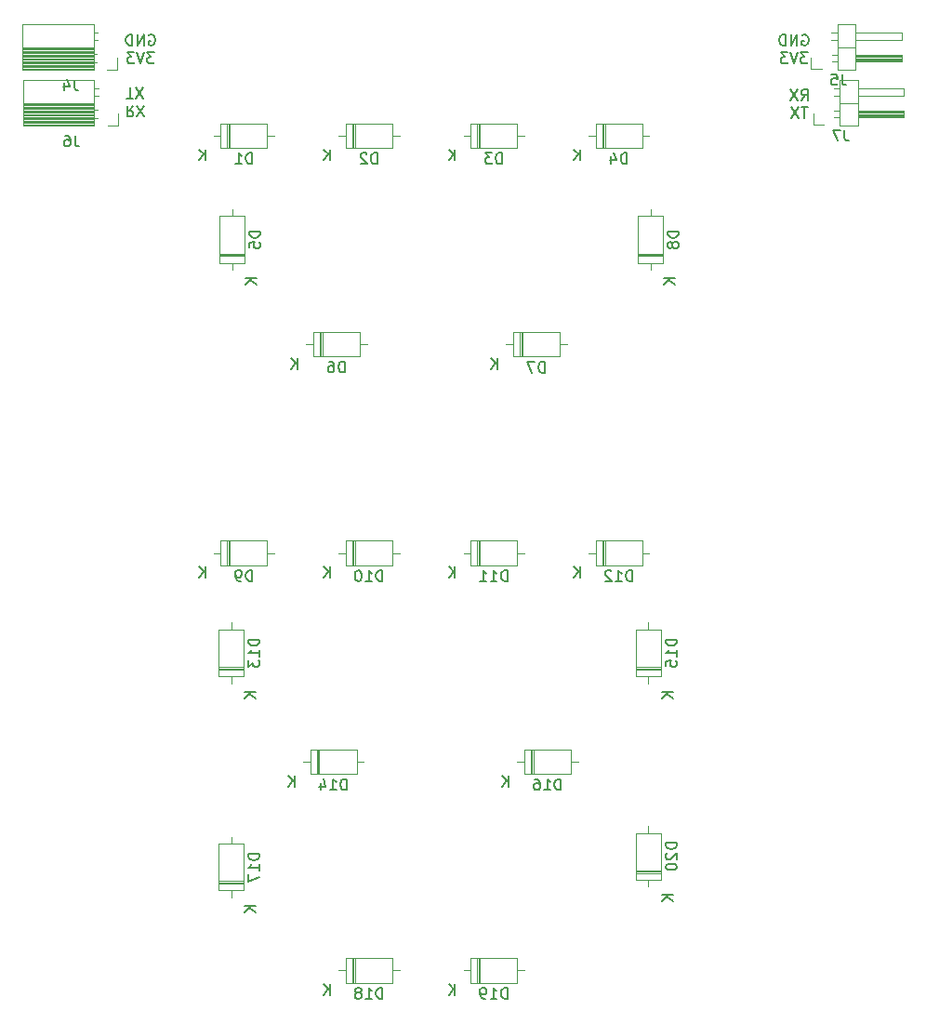
<source format=gbr>
%TF.GenerationSoftware,KiCad,Pcbnew,(5.1.6)-1*%
%TF.CreationDate,2021-03-02T19:52:57+09:00*%
%TF.ProjectId,Keypad4x4,4b657970-6164-4347-9834-2e6b69636164,rev?*%
%TF.SameCoordinates,Original*%
%TF.FileFunction,Legend,Bot*%
%TF.FilePolarity,Positive*%
%FSLAX46Y46*%
G04 Gerber Fmt 4.6, Leading zero omitted, Abs format (unit mm)*
G04 Created by KiCad (PCBNEW (5.1.6)-1) date 2021-03-02 19:52:57*
%MOMM*%
%LPD*%
G01*
G04 APERTURE LIST*
%ADD10C,0.150000*%
%ADD11C,0.120000*%
G04 APERTURE END LIST*
D10*
X19583333Y-6872619D02*
X19250000Y-7348809D01*
X19011904Y-6872619D02*
X19011904Y-7872619D01*
X19392857Y-7872619D01*
X19488095Y-7825000D01*
X19535714Y-7777380D01*
X19583333Y-7682142D01*
X19583333Y-7539285D01*
X19535714Y-7444047D01*
X19488095Y-7396428D01*
X19392857Y-7348809D01*
X19011904Y-7348809D01*
X19916666Y-7872619D02*
X20583333Y-6872619D01*
X20583333Y-7872619D02*
X19916666Y-6872619D01*
X18988095Y-6222619D02*
X19559523Y-6222619D01*
X19273809Y-5222619D02*
X19273809Y-6222619D01*
X19797619Y-6222619D02*
X20464285Y-5222619D01*
X20464285Y-6222619D02*
X19797619Y-5222619D01*
X21011904Y-425000D02*
X21107142Y-377380D01*
X21250000Y-377380D01*
X21392857Y-425000D01*
X21488095Y-520238D01*
X21535714Y-615476D01*
X21583333Y-805952D01*
X21583333Y-948809D01*
X21535714Y-1139285D01*
X21488095Y-1234523D01*
X21392857Y-1329761D01*
X21250000Y-1377380D01*
X21154761Y-1377380D01*
X21011904Y-1329761D01*
X20964285Y-1282142D01*
X20964285Y-948809D01*
X21154761Y-948809D01*
X20535714Y-1377380D02*
X20535714Y-377380D01*
X19964285Y-1377380D01*
X19964285Y-377380D01*
X19488095Y-1377380D02*
X19488095Y-377380D01*
X19250000Y-377380D01*
X19107142Y-425000D01*
X19011904Y-520238D01*
X18964285Y-615476D01*
X18916666Y-805952D01*
X18916666Y-948809D01*
X18964285Y-1139285D01*
X19011904Y-1234523D01*
X19107142Y-1329761D01*
X19250000Y-1377380D01*
X19488095Y-1377380D01*
X21488095Y-2027380D02*
X20869047Y-2027380D01*
X21202380Y-2408333D01*
X21059523Y-2408333D01*
X20964285Y-2455952D01*
X20916666Y-2503571D01*
X20869047Y-2598809D01*
X20869047Y-2836904D01*
X20916666Y-2932142D01*
X20964285Y-2979761D01*
X21059523Y-3027380D01*
X21345238Y-3027380D01*
X21440476Y-2979761D01*
X21488095Y-2932142D01*
X20583333Y-2027380D02*
X20250000Y-3027380D01*
X19916666Y-2027380D01*
X19678571Y-2027380D02*
X19059523Y-2027380D01*
X19392857Y-2408333D01*
X19250000Y-2408333D01*
X19154761Y-2455952D01*
X19107142Y-2503571D01*
X19059523Y-2598809D01*
X19059523Y-2836904D01*
X19107142Y-2932142D01*
X19154761Y-2979761D01*
X19250000Y-3027380D01*
X19535714Y-3027380D01*
X19630952Y-2979761D01*
X19678571Y-2932142D01*
X80511904Y-425000D02*
X80607142Y-377380D01*
X80750000Y-377380D01*
X80892857Y-425000D01*
X80988095Y-520238D01*
X81035714Y-615476D01*
X81083333Y-805952D01*
X81083333Y-948809D01*
X81035714Y-1139285D01*
X80988095Y-1234523D01*
X80892857Y-1329761D01*
X80750000Y-1377380D01*
X80654761Y-1377380D01*
X80511904Y-1329761D01*
X80464285Y-1282142D01*
X80464285Y-948809D01*
X80654761Y-948809D01*
X80035714Y-1377380D02*
X80035714Y-377380D01*
X79464285Y-1377380D01*
X79464285Y-377380D01*
X78988095Y-1377380D02*
X78988095Y-377380D01*
X78750000Y-377380D01*
X78607142Y-425000D01*
X78511904Y-520238D01*
X78464285Y-615476D01*
X78416666Y-805952D01*
X78416666Y-948809D01*
X78464285Y-1139285D01*
X78511904Y-1234523D01*
X78607142Y-1329761D01*
X78750000Y-1377380D01*
X78988095Y-1377380D01*
X80988095Y-2027380D02*
X80369047Y-2027380D01*
X80702380Y-2408333D01*
X80559523Y-2408333D01*
X80464285Y-2455952D01*
X80416666Y-2503571D01*
X80369047Y-2598809D01*
X80369047Y-2836904D01*
X80416666Y-2932142D01*
X80464285Y-2979761D01*
X80559523Y-3027380D01*
X80845238Y-3027380D01*
X80940476Y-2979761D01*
X80988095Y-2932142D01*
X80083333Y-2027380D02*
X79750000Y-3027380D01*
X79416666Y-2027380D01*
X79178571Y-2027380D02*
X78559523Y-2027380D01*
X78892857Y-2408333D01*
X78750000Y-2408333D01*
X78654761Y-2455952D01*
X78607142Y-2503571D01*
X78559523Y-2598809D01*
X78559523Y-2836904D01*
X78607142Y-2932142D01*
X78654761Y-2979761D01*
X78750000Y-3027380D01*
X79035714Y-3027380D01*
X79130952Y-2979761D01*
X79178571Y-2932142D01*
X80416666Y-6377380D02*
X80750000Y-5901190D01*
X80988095Y-6377380D02*
X80988095Y-5377380D01*
X80607142Y-5377380D01*
X80511904Y-5425000D01*
X80464285Y-5472619D01*
X80416666Y-5567857D01*
X80416666Y-5710714D01*
X80464285Y-5805952D01*
X80511904Y-5853571D01*
X80607142Y-5901190D01*
X80988095Y-5901190D01*
X80083333Y-5377380D02*
X79416666Y-6377380D01*
X79416666Y-5377380D02*
X80083333Y-6377380D01*
X81011904Y-7027380D02*
X80440476Y-7027380D01*
X80726190Y-8027380D02*
X80726190Y-7027380D01*
X80202380Y-7027380D02*
X79535714Y-8027380D01*
X79535714Y-7027380D02*
X80202380Y-8027380D01*
D11*
%TO.C,D1*%
X28148000Y-10718000D02*
X28148000Y-8478000D01*
X28388000Y-10718000D02*
X28388000Y-8478000D01*
X28268000Y-10718000D02*
X28268000Y-8478000D01*
X32438000Y-9598000D02*
X31788000Y-9598000D01*
X26898000Y-9598000D02*
X27548000Y-9598000D01*
X31788000Y-10718000D02*
X27548000Y-10718000D01*
X31788000Y-8478000D02*
X31788000Y-10718000D01*
X27548000Y-8478000D02*
X31788000Y-8478000D01*
X27548000Y-10718000D02*
X27548000Y-8478000D01*
%TO.C,D2*%
X39528000Y-10718000D02*
X39528000Y-8478000D01*
X39768000Y-10718000D02*
X39768000Y-8478000D01*
X39648000Y-10718000D02*
X39648000Y-8478000D01*
X43818000Y-9598000D02*
X43168000Y-9598000D01*
X38278000Y-9598000D02*
X38928000Y-9598000D01*
X43168000Y-10718000D02*
X38928000Y-10718000D01*
X43168000Y-8478000D02*
X43168000Y-10718000D01*
X38928000Y-8478000D02*
X43168000Y-8478000D01*
X38928000Y-10718000D02*
X38928000Y-8478000D01*
%TO.C,D3*%
X50308000Y-10718000D02*
X50308000Y-8478000D01*
X50308000Y-8478000D02*
X54548000Y-8478000D01*
X54548000Y-8478000D02*
X54548000Y-10718000D01*
X54548000Y-10718000D02*
X50308000Y-10718000D01*
X49658000Y-9598000D02*
X50308000Y-9598000D01*
X55198000Y-9598000D02*
X54548000Y-9598000D01*
X51028000Y-10718000D02*
X51028000Y-8478000D01*
X51148000Y-10718000D02*
X51148000Y-8478000D01*
X50908000Y-10718000D02*
X50908000Y-8478000D01*
%TO.C,D4*%
X61688000Y-10718000D02*
X61688000Y-8478000D01*
X61688000Y-8478000D02*
X65928000Y-8478000D01*
X65928000Y-8478000D02*
X65928000Y-10718000D01*
X65928000Y-10718000D02*
X61688000Y-10718000D01*
X61038000Y-9598000D02*
X61688000Y-9598000D01*
X66578000Y-9598000D02*
X65928000Y-9598000D01*
X62408000Y-10718000D02*
X62408000Y-8478000D01*
X62528000Y-10718000D02*
X62528000Y-8478000D01*
X62288000Y-10718000D02*
X62288000Y-8478000D01*
%TO.C,D5*%
X29695000Y-21170000D02*
X27455000Y-21170000D01*
X27455000Y-21170000D02*
X27455000Y-16930000D01*
X27455000Y-16930000D02*
X29695000Y-16930000D01*
X29695000Y-16930000D02*
X29695000Y-21170000D01*
X28575000Y-21820000D02*
X28575000Y-21170000D01*
X28575000Y-16280000D02*
X28575000Y-16930000D01*
X29695000Y-20450000D02*
X27455000Y-20450000D01*
X29695000Y-20330000D02*
X27455000Y-20330000D01*
X29695000Y-20570000D02*
X27455000Y-20570000D01*
%TO.C,D6*%
X36580000Y-29695000D02*
X36580000Y-27455000D01*
X36820000Y-29695000D02*
X36820000Y-27455000D01*
X36700000Y-29695000D02*
X36700000Y-27455000D01*
X40870000Y-28575000D02*
X40220000Y-28575000D01*
X35330000Y-28575000D02*
X35980000Y-28575000D01*
X40220000Y-29695000D02*
X35980000Y-29695000D01*
X40220000Y-27455000D02*
X40220000Y-29695000D01*
X35980000Y-27455000D02*
X40220000Y-27455000D01*
X35980000Y-29695000D02*
X35980000Y-27455000D01*
%TO.C,D7*%
X54190000Y-29718000D02*
X54190000Y-27478000D01*
X54190000Y-27478000D02*
X58430000Y-27478000D01*
X58430000Y-27478000D02*
X58430000Y-29718000D01*
X58430000Y-29718000D02*
X54190000Y-29718000D01*
X53540000Y-28598000D02*
X54190000Y-28598000D01*
X59080000Y-28598000D02*
X58430000Y-28598000D01*
X54910000Y-29718000D02*
X54910000Y-27478000D01*
X55030000Y-29718000D02*
X55030000Y-27478000D01*
X54790000Y-29718000D02*
X54790000Y-27478000D01*
%TO.C,D8*%
X67795000Y-20570000D02*
X65555000Y-20570000D01*
X67795000Y-20330000D02*
X65555000Y-20330000D01*
X67795000Y-20450000D02*
X65555000Y-20450000D01*
X66675000Y-16280000D02*
X66675000Y-16930000D01*
X66675000Y-21820000D02*
X66675000Y-21170000D01*
X67795000Y-16930000D02*
X67795000Y-21170000D01*
X65555000Y-16930000D02*
X67795000Y-16930000D01*
X65555000Y-21170000D02*
X65555000Y-16930000D01*
X67795000Y-21170000D02*
X65555000Y-21170000D01*
%TO.C,D9*%
X28148000Y-48718000D02*
X28148000Y-46478000D01*
X28388000Y-48718000D02*
X28388000Y-46478000D01*
X28268000Y-48718000D02*
X28268000Y-46478000D01*
X32438000Y-47598000D02*
X31788000Y-47598000D01*
X26898000Y-47598000D02*
X27548000Y-47598000D01*
X31788000Y-48718000D02*
X27548000Y-48718000D01*
X31788000Y-46478000D02*
X31788000Y-48718000D01*
X27548000Y-46478000D02*
X31788000Y-46478000D01*
X27548000Y-48718000D02*
X27548000Y-46478000D01*
%TO.C,D10*%
X38928000Y-48718000D02*
X38928000Y-46478000D01*
X38928000Y-46478000D02*
X43168000Y-46478000D01*
X43168000Y-46478000D02*
X43168000Y-48718000D01*
X43168000Y-48718000D02*
X38928000Y-48718000D01*
X38278000Y-47598000D02*
X38928000Y-47598000D01*
X43818000Y-47598000D02*
X43168000Y-47598000D01*
X39648000Y-48718000D02*
X39648000Y-46478000D01*
X39768000Y-48718000D02*
X39768000Y-46478000D01*
X39528000Y-48718000D02*
X39528000Y-46478000D01*
%TO.C,D11*%
X50908000Y-48718000D02*
X50908000Y-46478000D01*
X51148000Y-48718000D02*
X51148000Y-46478000D01*
X51028000Y-48718000D02*
X51028000Y-46478000D01*
X55198000Y-47598000D02*
X54548000Y-47598000D01*
X49658000Y-47598000D02*
X50308000Y-47598000D01*
X54548000Y-48718000D02*
X50308000Y-48718000D01*
X54548000Y-46478000D02*
X54548000Y-48718000D01*
X50308000Y-46478000D02*
X54548000Y-46478000D01*
X50308000Y-48718000D02*
X50308000Y-46478000D01*
%TO.C,D12*%
X61688000Y-48718000D02*
X61688000Y-46478000D01*
X61688000Y-46478000D02*
X65928000Y-46478000D01*
X65928000Y-46478000D02*
X65928000Y-48718000D01*
X65928000Y-48718000D02*
X61688000Y-48718000D01*
X61038000Y-47598000D02*
X61688000Y-47598000D01*
X66578000Y-47598000D02*
X65928000Y-47598000D01*
X62408000Y-48718000D02*
X62408000Y-46478000D01*
X62528000Y-48718000D02*
X62528000Y-46478000D01*
X62288000Y-48718000D02*
X62288000Y-46478000D01*
%TO.C,D13*%
X29620000Y-58210000D02*
X27380000Y-58210000D01*
X29620000Y-57970000D02*
X27380000Y-57970000D01*
X29620000Y-58090000D02*
X27380000Y-58090000D01*
X28500000Y-53920000D02*
X28500000Y-54570000D01*
X28500000Y-59460000D02*
X28500000Y-58810000D01*
X29620000Y-54570000D02*
X29620000Y-58810000D01*
X27380000Y-54570000D02*
X29620000Y-54570000D01*
X27380000Y-58810000D02*
X27380000Y-54570000D01*
X29620000Y-58810000D02*
X27380000Y-58810000D01*
%TO.C,D14*%
X35690000Y-67718000D02*
X35690000Y-65478000D01*
X35690000Y-65478000D02*
X39930000Y-65478000D01*
X39930000Y-65478000D02*
X39930000Y-67718000D01*
X39930000Y-67718000D02*
X35690000Y-67718000D01*
X35040000Y-66598000D02*
X35690000Y-66598000D01*
X40580000Y-66598000D02*
X39930000Y-66598000D01*
X36410000Y-67718000D02*
X36410000Y-65478000D01*
X36530000Y-67718000D02*
X36530000Y-65478000D01*
X36290000Y-67718000D02*
X36290000Y-65478000D01*
%TO.C,D15*%
X67620000Y-58210000D02*
X65380000Y-58210000D01*
X67620000Y-57970000D02*
X65380000Y-57970000D01*
X67620000Y-58090000D02*
X65380000Y-58090000D01*
X66500000Y-53920000D02*
X66500000Y-54570000D01*
X66500000Y-59460000D02*
X66500000Y-58810000D01*
X67620000Y-54570000D02*
X67620000Y-58810000D01*
X65380000Y-54570000D02*
X67620000Y-54570000D01*
X65380000Y-58810000D02*
X65380000Y-54570000D01*
X67620000Y-58810000D02*
X65380000Y-58810000D01*
%TO.C,D16*%
X55190000Y-67718000D02*
X55190000Y-65478000D01*
X55190000Y-65478000D02*
X59430000Y-65478000D01*
X59430000Y-65478000D02*
X59430000Y-67718000D01*
X59430000Y-67718000D02*
X55190000Y-67718000D01*
X54540000Y-66598000D02*
X55190000Y-66598000D01*
X60080000Y-66598000D02*
X59430000Y-66598000D01*
X55910000Y-67718000D02*
X55910000Y-65478000D01*
X56030000Y-67718000D02*
X56030000Y-65478000D01*
X55790000Y-67718000D02*
X55790000Y-65478000D01*
%TO.C,D17*%
X29620000Y-78310000D02*
X27380000Y-78310000D01*
X27380000Y-78310000D02*
X27380000Y-74070000D01*
X27380000Y-74070000D02*
X29620000Y-74070000D01*
X29620000Y-74070000D02*
X29620000Y-78310000D01*
X28500000Y-78960000D02*
X28500000Y-78310000D01*
X28500000Y-73420000D02*
X28500000Y-74070000D01*
X29620000Y-77590000D02*
X27380000Y-77590000D01*
X29620000Y-77470000D02*
X27380000Y-77470000D01*
X29620000Y-77710000D02*
X27380000Y-77710000D01*
%TO.C,D18*%
X39528000Y-86718000D02*
X39528000Y-84478000D01*
X39768000Y-86718000D02*
X39768000Y-84478000D01*
X39648000Y-86718000D02*
X39648000Y-84478000D01*
X43818000Y-85598000D02*
X43168000Y-85598000D01*
X38278000Y-85598000D02*
X38928000Y-85598000D01*
X43168000Y-86718000D02*
X38928000Y-86718000D01*
X43168000Y-84478000D02*
X43168000Y-86718000D01*
X38928000Y-84478000D02*
X43168000Y-84478000D01*
X38928000Y-86718000D02*
X38928000Y-84478000D01*
%TO.C,D19*%
X50308000Y-86718000D02*
X50308000Y-84478000D01*
X50308000Y-84478000D02*
X54548000Y-84478000D01*
X54548000Y-84478000D02*
X54548000Y-86718000D01*
X54548000Y-86718000D02*
X50308000Y-86718000D01*
X49658000Y-85598000D02*
X50308000Y-85598000D01*
X55198000Y-85598000D02*
X54548000Y-85598000D01*
X51028000Y-86718000D02*
X51028000Y-84478000D01*
X51148000Y-86718000D02*
X51148000Y-84478000D01*
X50908000Y-86718000D02*
X50908000Y-84478000D01*
%TO.C,D20*%
X67620000Y-76710000D02*
X65380000Y-76710000D01*
X67620000Y-76470000D02*
X65380000Y-76470000D01*
X67620000Y-76590000D02*
X65380000Y-76590000D01*
X66500000Y-72420000D02*
X66500000Y-73070000D01*
X66500000Y-77960000D02*
X66500000Y-77310000D01*
X67620000Y-73070000D02*
X67620000Y-77310000D01*
X65380000Y-73070000D02*
X67620000Y-73070000D01*
X65380000Y-77310000D02*
X65380000Y-73070000D01*
X67620000Y-77310000D02*
X65380000Y-77310000D01*
%TO.C,J4*%
X17200000Y-3600000D02*
X18135000Y-3600000D01*
X18135000Y-3600000D02*
X18135000Y-2540000D01*
X9520000Y-3600000D02*
X9520000Y520000D01*
X9520000Y520000D02*
X15990000Y520000D01*
X15990000Y-3600000D02*
X15990000Y520000D01*
X9520000Y-3600000D02*
X15990000Y-3600000D01*
X9520000Y-1540000D02*
X15990000Y-1540000D01*
X15990000Y-180000D02*
X16337083Y-180000D01*
X15990000Y-900000D02*
X16337083Y-900000D01*
X15990000Y-2180000D02*
X16265000Y-2180000D01*
X15990000Y-2900000D02*
X16265000Y-2900000D01*
X9520000Y-1654112D02*
X15990000Y-1654112D01*
X9520000Y-1768230D02*
X15990000Y-1768230D01*
X9520000Y-1882348D02*
X15990000Y-1882348D01*
X9520000Y-1996466D02*
X15990000Y-1996466D01*
X9520000Y-2110584D02*
X15990000Y-2110584D01*
X9520000Y-2224702D02*
X15990000Y-2224702D01*
X9520000Y-2338820D02*
X15990000Y-2338820D01*
X9520000Y-2452938D02*
X15990000Y-2452938D01*
X9520000Y-2567056D02*
X15990000Y-2567056D01*
X9520000Y-2681174D02*
X15990000Y-2681174D01*
X9520000Y-2795292D02*
X15990000Y-2795292D01*
X9520000Y-2909410D02*
X15990000Y-2909410D01*
X9520000Y-3023528D02*
X15990000Y-3023528D01*
X9520000Y-3137646D02*
X15990000Y-3137646D01*
X9520000Y-3251764D02*
X15990000Y-3251764D01*
X9520000Y-3365882D02*
X15990000Y-3365882D01*
X9520000Y-3480000D02*
X15990000Y-3480000D01*
%TO.C,J5*%
X83740000Y-3600000D02*
X83740000Y520000D01*
X83740000Y520000D02*
X85360000Y520000D01*
X85360000Y520000D02*
X85360000Y-3600000D01*
X85360000Y-3600000D02*
X83740000Y-3600000D01*
X85360000Y-2850000D02*
X89560000Y-2850000D01*
X89560000Y-2850000D02*
X89560000Y-2230000D01*
X89560000Y-2230000D02*
X85360000Y-2230000D01*
X85360000Y-2790000D02*
X89560000Y-2790000D01*
X85360000Y-2670000D02*
X89560000Y-2670000D01*
X85360000Y-2550000D02*
X89560000Y-2550000D01*
X85360000Y-2430000D02*
X89560000Y-2430000D01*
X85360000Y-2310000D02*
X89560000Y-2310000D01*
X83235000Y-2850000D02*
X83740000Y-2850000D01*
X83235000Y-2230000D02*
X83740000Y-2230000D01*
X83740000Y-1540000D02*
X85360000Y-1540000D01*
X85360000Y-850000D02*
X89560000Y-850000D01*
X89560000Y-850000D02*
X89560000Y-230000D01*
X89560000Y-230000D02*
X85360000Y-230000D01*
X83182114Y-850000D02*
X83740000Y-850000D01*
X83182114Y-230000D02*
X83740000Y-230000D01*
X81300000Y-2540000D02*
X81300000Y-3540000D01*
X81300000Y-3540000D02*
X82300000Y-3540000D01*
%TO.C,J6*%
X9570000Y-8560000D02*
X16040000Y-8560000D01*
X9570000Y-8445882D02*
X16040000Y-8445882D01*
X9570000Y-8331764D02*
X16040000Y-8331764D01*
X9570000Y-8217646D02*
X16040000Y-8217646D01*
X9570000Y-8103528D02*
X16040000Y-8103528D01*
X9570000Y-7989410D02*
X16040000Y-7989410D01*
X9570000Y-7875292D02*
X16040000Y-7875292D01*
X9570000Y-7761174D02*
X16040000Y-7761174D01*
X9570000Y-7647056D02*
X16040000Y-7647056D01*
X9570000Y-7532938D02*
X16040000Y-7532938D01*
X9570000Y-7418820D02*
X16040000Y-7418820D01*
X9570000Y-7304702D02*
X16040000Y-7304702D01*
X9570000Y-7190584D02*
X16040000Y-7190584D01*
X9570000Y-7076466D02*
X16040000Y-7076466D01*
X9570000Y-6962348D02*
X16040000Y-6962348D01*
X9570000Y-6848230D02*
X16040000Y-6848230D01*
X9570000Y-6734112D02*
X16040000Y-6734112D01*
X16040000Y-7980000D02*
X16315000Y-7980000D01*
X16040000Y-7260000D02*
X16315000Y-7260000D01*
X16040000Y-5980000D02*
X16387083Y-5980000D01*
X16040000Y-5260000D02*
X16387083Y-5260000D01*
X9570000Y-6620000D02*
X16040000Y-6620000D01*
X9570000Y-8680000D02*
X16040000Y-8680000D01*
X16040000Y-8680000D02*
X16040000Y-4560000D01*
X9570000Y-4560000D02*
X16040000Y-4560000D01*
X9570000Y-8680000D02*
X9570000Y-4560000D01*
X18185000Y-8680000D02*
X18185000Y-7620000D01*
X17250000Y-8680000D02*
X18185000Y-8680000D01*
%TO.C,J7*%
X81500000Y-8620000D02*
X82500000Y-8620000D01*
X81500000Y-7620000D02*
X81500000Y-8620000D01*
X83382114Y-5310000D02*
X83940000Y-5310000D01*
X83382114Y-5930000D02*
X83940000Y-5930000D01*
X89760000Y-5310000D02*
X85560000Y-5310000D01*
X89760000Y-5930000D02*
X89760000Y-5310000D01*
X85560000Y-5930000D02*
X89760000Y-5930000D01*
X83940000Y-6620000D02*
X85560000Y-6620000D01*
X83435000Y-7310000D02*
X83940000Y-7310000D01*
X83435000Y-7930000D02*
X83940000Y-7930000D01*
X85560000Y-7390000D02*
X89760000Y-7390000D01*
X85560000Y-7510000D02*
X89760000Y-7510000D01*
X85560000Y-7630000D02*
X89760000Y-7630000D01*
X85560000Y-7750000D02*
X89760000Y-7750000D01*
X85560000Y-7870000D02*
X89760000Y-7870000D01*
X89760000Y-7310000D02*
X85560000Y-7310000D01*
X89760000Y-7930000D02*
X89760000Y-7310000D01*
X85560000Y-7930000D02*
X89760000Y-7930000D01*
X85560000Y-8680000D02*
X83940000Y-8680000D01*
X85560000Y-4560000D02*
X85560000Y-8680000D01*
X83940000Y-4560000D02*
X85560000Y-4560000D01*
X83940000Y-8680000D02*
X83940000Y-4560000D01*
%TO.C,D1*%
D10*
X30406095Y-12170380D02*
X30406095Y-11170380D01*
X30168000Y-11170380D01*
X30025142Y-11218000D01*
X29929904Y-11313238D01*
X29882285Y-11408476D01*
X29834666Y-11598952D01*
X29834666Y-11741809D01*
X29882285Y-11932285D01*
X29929904Y-12027523D01*
X30025142Y-12122761D01*
X30168000Y-12170380D01*
X30406095Y-12170380D01*
X28882285Y-12170380D02*
X29453714Y-12170380D01*
X29168000Y-12170380D02*
X29168000Y-11170380D01*
X29263238Y-11313238D01*
X29358476Y-11408476D01*
X29453714Y-11456095D01*
X26119904Y-11850380D02*
X26119904Y-10850380D01*
X25548476Y-11850380D02*
X25977047Y-11278952D01*
X25548476Y-10850380D02*
X26119904Y-11421809D01*
%TO.C,D2*%
X41786095Y-12170380D02*
X41786095Y-11170380D01*
X41548000Y-11170380D01*
X41405142Y-11218000D01*
X41309904Y-11313238D01*
X41262285Y-11408476D01*
X41214666Y-11598952D01*
X41214666Y-11741809D01*
X41262285Y-11932285D01*
X41309904Y-12027523D01*
X41405142Y-12122761D01*
X41548000Y-12170380D01*
X41786095Y-12170380D01*
X40833714Y-11265619D02*
X40786095Y-11218000D01*
X40690857Y-11170380D01*
X40452761Y-11170380D01*
X40357523Y-11218000D01*
X40309904Y-11265619D01*
X40262285Y-11360857D01*
X40262285Y-11456095D01*
X40309904Y-11598952D01*
X40881333Y-12170380D01*
X40262285Y-12170380D01*
X37499904Y-11850380D02*
X37499904Y-10850380D01*
X36928476Y-11850380D02*
X37357047Y-11278952D01*
X36928476Y-10850380D02*
X37499904Y-11421809D01*
%TO.C,D3*%
X53166095Y-12170380D02*
X53166095Y-11170380D01*
X52928000Y-11170380D01*
X52785142Y-11218000D01*
X52689904Y-11313238D01*
X52642285Y-11408476D01*
X52594666Y-11598952D01*
X52594666Y-11741809D01*
X52642285Y-11932285D01*
X52689904Y-12027523D01*
X52785142Y-12122761D01*
X52928000Y-12170380D01*
X53166095Y-12170380D01*
X52261333Y-11170380D02*
X51642285Y-11170380D01*
X51975619Y-11551333D01*
X51832761Y-11551333D01*
X51737523Y-11598952D01*
X51689904Y-11646571D01*
X51642285Y-11741809D01*
X51642285Y-11979904D01*
X51689904Y-12075142D01*
X51737523Y-12122761D01*
X51832761Y-12170380D01*
X52118476Y-12170380D01*
X52213714Y-12122761D01*
X52261333Y-12075142D01*
X48879904Y-11850380D02*
X48879904Y-10850380D01*
X48308476Y-11850380D02*
X48737047Y-11278952D01*
X48308476Y-10850380D02*
X48879904Y-11421809D01*
%TO.C,D4*%
X64546095Y-12170380D02*
X64546095Y-11170380D01*
X64308000Y-11170380D01*
X64165142Y-11218000D01*
X64069904Y-11313238D01*
X64022285Y-11408476D01*
X63974666Y-11598952D01*
X63974666Y-11741809D01*
X64022285Y-11932285D01*
X64069904Y-12027523D01*
X64165142Y-12122761D01*
X64308000Y-12170380D01*
X64546095Y-12170380D01*
X63117523Y-11503714D02*
X63117523Y-12170380D01*
X63355619Y-11122761D02*
X63593714Y-11837047D01*
X62974666Y-11837047D01*
X60259904Y-11850380D02*
X60259904Y-10850380D01*
X59688476Y-11850380D02*
X60117047Y-11278952D01*
X59688476Y-10850380D02*
X60259904Y-11421809D01*
%TO.C,D5*%
X31147380Y-18311904D02*
X30147380Y-18311904D01*
X30147380Y-18550000D01*
X30195000Y-18692857D01*
X30290238Y-18788095D01*
X30385476Y-18835714D01*
X30575952Y-18883333D01*
X30718809Y-18883333D01*
X30909285Y-18835714D01*
X31004523Y-18788095D01*
X31099761Y-18692857D01*
X31147380Y-18550000D01*
X31147380Y-18311904D01*
X30147380Y-19788095D02*
X30147380Y-19311904D01*
X30623571Y-19264285D01*
X30575952Y-19311904D01*
X30528333Y-19407142D01*
X30528333Y-19645238D01*
X30575952Y-19740476D01*
X30623571Y-19788095D01*
X30718809Y-19835714D01*
X30956904Y-19835714D01*
X31052142Y-19788095D01*
X31099761Y-19740476D01*
X31147380Y-19645238D01*
X31147380Y-19407142D01*
X31099761Y-19311904D01*
X31052142Y-19264285D01*
X30827380Y-22598095D02*
X29827380Y-22598095D01*
X30827380Y-23169523D02*
X30255952Y-22740952D01*
X29827380Y-23169523D02*
X30398809Y-22598095D01*
%TO.C,D6*%
X38838095Y-31147380D02*
X38838095Y-30147380D01*
X38600000Y-30147380D01*
X38457142Y-30195000D01*
X38361904Y-30290238D01*
X38314285Y-30385476D01*
X38266666Y-30575952D01*
X38266666Y-30718809D01*
X38314285Y-30909285D01*
X38361904Y-31004523D01*
X38457142Y-31099761D01*
X38600000Y-31147380D01*
X38838095Y-31147380D01*
X37409523Y-30147380D02*
X37600000Y-30147380D01*
X37695238Y-30195000D01*
X37742857Y-30242619D01*
X37838095Y-30385476D01*
X37885714Y-30575952D01*
X37885714Y-30956904D01*
X37838095Y-31052142D01*
X37790476Y-31099761D01*
X37695238Y-31147380D01*
X37504761Y-31147380D01*
X37409523Y-31099761D01*
X37361904Y-31052142D01*
X37314285Y-30956904D01*
X37314285Y-30718809D01*
X37361904Y-30623571D01*
X37409523Y-30575952D01*
X37504761Y-30528333D01*
X37695238Y-30528333D01*
X37790476Y-30575952D01*
X37838095Y-30623571D01*
X37885714Y-30718809D01*
X34551904Y-30827380D02*
X34551904Y-29827380D01*
X33980476Y-30827380D02*
X34409047Y-30255952D01*
X33980476Y-29827380D02*
X34551904Y-30398809D01*
%TO.C,D7*%
X57048095Y-31170380D02*
X57048095Y-30170380D01*
X56810000Y-30170380D01*
X56667142Y-30218000D01*
X56571904Y-30313238D01*
X56524285Y-30408476D01*
X56476666Y-30598952D01*
X56476666Y-30741809D01*
X56524285Y-30932285D01*
X56571904Y-31027523D01*
X56667142Y-31122761D01*
X56810000Y-31170380D01*
X57048095Y-31170380D01*
X56143333Y-30170380D02*
X55476666Y-30170380D01*
X55905238Y-31170380D01*
X52761904Y-30850380D02*
X52761904Y-29850380D01*
X52190476Y-30850380D02*
X52619047Y-30278952D01*
X52190476Y-29850380D02*
X52761904Y-30421809D01*
%TO.C,D8*%
X69247380Y-18311904D02*
X68247380Y-18311904D01*
X68247380Y-18550000D01*
X68295000Y-18692857D01*
X68390238Y-18788095D01*
X68485476Y-18835714D01*
X68675952Y-18883333D01*
X68818809Y-18883333D01*
X69009285Y-18835714D01*
X69104523Y-18788095D01*
X69199761Y-18692857D01*
X69247380Y-18550000D01*
X69247380Y-18311904D01*
X68675952Y-19454761D02*
X68628333Y-19359523D01*
X68580714Y-19311904D01*
X68485476Y-19264285D01*
X68437857Y-19264285D01*
X68342619Y-19311904D01*
X68295000Y-19359523D01*
X68247380Y-19454761D01*
X68247380Y-19645238D01*
X68295000Y-19740476D01*
X68342619Y-19788095D01*
X68437857Y-19835714D01*
X68485476Y-19835714D01*
X68580714Y-19788095D01*
X68628333Y-19740476D01*
X68675952Y-19645238D01*
X68675952Y-19454761D01*
X68723571Y-19359523D01*
X68771190Y-19311904D01*
X68866428Y-19264285D01*
X69056904Y-19264285D01*
X69152142Y-19311904D01*
X69199761Y-19359523D01*
X69247380Y-19454761D01*
X69247380Y-19645238D01*
X69199761Y-19740476D01*
X69152142Y-19788095D01*
X69056904Y-19835714D01*
X68866428Y-19835714D01*
X68771190Y-19788095D01*
X68723571Y-19740476D01*
X68675952Y-19645238D01*
X68927380Y-22598095D02*
X67927380Y-22598095D01*
X68927380Y-23169523D02*
X68355952Y-22740952D01*
X67927380Y-23169523D02*
X68498809Y-22598095D01*
%TO.C,D9*%
X30406095Y-50170380D02*
X30406095Y-49170380D01*
X30168000Y-49170380D01*
X30025142Y-49218000D01*
X29929904Y-49313238D01*
X29882285Y-49408476D01*
X29834666Y-49598952D01*
X29834666Y-49741809D01*
X29882285Y-49932285D01*
X29929904Y-50027523D01*
X30025142Y-50122761D01*
X30168000Y-50170380D01*
X30406095Y-50170380D01*
X29358476Y-50170380D02*
X29168000Y-50170380D01*
X29072761Y-50122761D01*
X29025142Y-50075142D01*
X28929904Y-49932285D01*
X28882285Y-49741809D01*
X28882285Y-49360857D01*
X28929904Y-49265619D01*
X28977523Y-49218000D01*
X29072761Y-49170380D01*
X29263238Y-49170380D01*
X29358476Y-49218000D01*
X29406095Y-49265619D01*
X29453714Y-49360857D01*
X29453714Y-49598952D01*
X29406095Y-49694190D01*
X29358476Y-49741809D01*
X29263238Y-49789428D01*
X29072761Y-49789428D01*
X28977523Y-49741809D01*
X28929904Y-49694190D01*
X28882285Y-49598952D01*
X26119904Y-49850380D02*
X26119904Y-48850380D01*
X25548476Y-49850380D02*
X25977047Y-49278952D01*
X25548476Y-48850380D02*
X26119904Y-49421809D01*
%TO.C,D10*%
X42262285Y-50170380D02*
X42262285Y-49170380D01*
X42024190Y-49170380D01*
X41881333Y-49218000D01*
X41786095Y-49313238D01*
X41738476Y-49408476D01*
X41690857Y-49598952D01*
X41690857Y-49741809D01*
X41738476Y-49932285D01*
X41786095Y-50027523D01*
X41881333Y-50122761D01*
X42024190Y-50170380D01*
X42262285Y-50170380D01*
X40738476Y-50170380D02*
X41309904Y-50170380D01*
X41024190Y-50170380D02*
X41024190Y-49170380D01*
X41119428Y-49313238D01*
X41214666Y-49408476D01*
X41309904Y-49456095D01*
X40119428Y-49170380D02*
X40024190Y-49170380D01*
X39928952Y-49218000D01*
X39881333Y-49265619D01*
X39833714Y-49360857D01*
X39786095Y-49551333D01*
X39786095Y-49789428D01*
X39833714Y-49979904D01*
X39881333Y-50075142D01*
X39928952Y-50122761D01*
X40024190Y-50170380D01*
X40119428Y-50170380D01*
X40214666Y-50122761D01*
X40262285Y-50075142D01*
X40309904Y-49979904D01*
X40357523Y-49789428D01*
X40357523Y-49551333D01*
X40309904Y-49360857D01*
X40262285Y-49265619D01*
X40214666Y-49218000D01*
X40119428Y-49170380D01*
X37499904Y-49850380D02*
X37499904Y-48850380D01*
X36928476Y-49850380D02*
X37357047Y-49278952D01*
X36928476Y-48850380D02*
X37499904Y-49421809D01*
%TO.C,D11*%
X53642285Y-50170380D02*
X53642285Y-49170380D01*
X53404190Y-49170380D01*
X53261333Y-49218000D01*
X53166095Y-49313238D01*
X53118476Y-49408476D01*
X53070857Y-49598952D01*
X53070857Y-49741809D01*
X53118476Y-49932285D01*
X53166095Y-50027523D01*
X53261333Y-50122761D01*
X53404190Y-50170380D01*
X53642285Y-50170380D01*
X52118476Y-50170380D02*
X52689904Y-50170380D01*
X52404190Y-50170380D02*
X52404190Y-49170380D01*
X52499428Y-49313238D01*
X52594666Y-49408476D01*
X52689904Y-49456095D01*
X51166095Y-50170380D02*
X51737523Y-50170380D01*
X51451809Y-50170380D02*
X51451809Y-49170380D01*
X51547047Y-49313238D01*
X51642285Y-49408476D01*
X51737523Y-49456095D01*
X48879904Y-49850380D02*
X48879904Y-48850380D01*
X48308476Y-49850380D02*
X48737047Y-49278952D01*
X48308476Y-48850380D02*
X48879904Y-49421809D01*
%TO.C,D12*%
X65022285Y-50170380D02*
X65022285Y-49170380D01*
X64784190Y-49170380D01*
X64641333Y-49218000D01*
X64546095Y-49313238D01*
X64498476Y-49408476D01*
X64450857Y-49598952D01*
X64450857Y-49741809D01*
X64498476Y-49932285D01*
X64546095Y-50027523D01*
X64641333Y-50122761D01*
X64784190Y-50170380D01*
X65022285Y-50170380D01*
X63498476Y-50170380D02*
X64069904Y-50170380D01*
X63784190Y-50170380D02*
X63784190Y-49170380D01*
X63879428Y-49313238D01*
X63974666Y-49408476D01*
X64069904Y-49456095D01*
X63117523Y-49265619D02*
X63069904Y-49218000D01*
X62974666Y-49170380D01*
X62736571Y-49170380D01*
X62641333Y-49218000D01*
X62593714Y-49265619D01*
X62546095Y-49360857D01*
X62546095Y-49456095D01*
X62593714Y-49598952D01*
X63165142Y-50170380D01*
X62546095Y-50170380D01*
X60259904Y-49850380D02*
X60259904Y-48850380D01*
X59688476Y-49850380D02*
X60117047Y-49278952D01*
X59688476Y-48850380D02*
X60259904Y-49421809D01*
%TO.C,D13*%
X31072380Y-55475714D02*
X30072380Y-55475714D01*
X30072380Y-55713809D01*
X30120000Y-55856666D01*
X30215238Y-55951904D01*
X30310476Y-55999523D01*
X30500952Y-56047142D01*
X30643809Y-56047142D01*
X30834285Y-55999523D01*
X30929523Y-55951904D01*
X31024761Y-55856666D01*
X31072380Y-55713809D01*
X31072380Y-55475714D01*
X31072380Y-56999523D02*
X31072380Y-56428095D01*
X31072380Y-56713809D02*
X30072380Y-56713809D01*
X30215238Y-56618571D01*
X30310476Y-56523333D01*
X30358095Y-56428095D01*
X30072380Y-57332857D02*
X30072380Y-57951904D01*
X30453333Y-57618571D01*
X30453333Y-57761428D01*
X30500952Y-57856666D01*
X30548571Y-57904285D01*
X30643809Y-57951904D01*
X30881904Y-57951904D01*
X30977142Y-57904285D01*
X31024761Y-57856666D01*
X31072380Y-57761428D01*
X31072380Y-57475714D01*
X31024761Y-57380476D01*
X30977142Y-57332857D01*
X30752380Y-60238095D02*
X29752380Y-60238095D01*
X30752380Y-60809523D02*
X30180952Y-60380952D01*
X29752380Y-60809523D02*
X30323809Y-60238095D01*
%TO.C,D14*%
X39024285Y-69170380D02*
X39024285Y-68170380D01*
X38786190Y-68170380D01*
X38643333Y-68218000D01*
X38548095Y-68313238D01*
X38500476Y-68408476D01*
X38452857Y-68598952D01*
X38452857Y-68741809D01*
X38500476Y-68932285D01*
X38548095Y-69027523D01*
X38643333Y-69122761D01*
X38786190Y-69170380D01*
X39024285Y-69170380D01*
X37500476Y-69170380D02*
X38071904Y-69170380D01*
X37786190Y-69170380D02*
X37786190Y-68170380D01*
X37881428Y-68313238D01*
X37976666Y-68408476D01*
X38071904Y-68456095D01*
X36643333Y-68503714D02*
X36643333Y-69170380D01*
X36881428Y-68122761D02*
X37119523Y-68837047D01*
X36500476Y-68837047D01*
X34261904Y-68850380D02*
X34261904Y-67850380D01*
X33690476Y-68850380D02*
X34119047Y-68278952D01*
X33690476Y-67850380D02*
X34261904Y-68421809D01*
%TO.C,D15*%
X69072380Y-55475714D02*
X68072380Y-55475714D01*
X68072380Y-55713809D01*
X68120000Y-55856666D01*
X68215238Y-55951904D01*
X68310476Y-55999523D01*
X68500952Y-56047142D01*
X68643809Y-56047142D01*
X68834285Y-55999523D01*
X68929523Y-55951904D01*
X69024761Y-55856666D01*
X69072380Y-55713809D01*
X69072380Y-55475714D01*
X69072380Y-56999523D02*
X69072380Y-56428095D01*
X69072380Y-56713809D02*
X68072380Y-56713809D01*
X68215238Y-56618571D01*
X68310476Y-56523333D01*
X68358095Y-56428095D01*
X68072380Y-57904285D02*
X68072380Y-57428095D01*
X68548571Y-57380476D01*
X68500952Y-57428095D01*
X68453333Y-57523333D01*
X68453333Y-57761428D01*
X68500952Y-57856666D01*
X68548571Y-57904285D01*
X68643809Y-57951904D01*
X68881904Y-57951904D01*
X68977142Y-57904285D01*
X69024761Y-57856666D01*
X69072380Y-57761428D01*
X69072380Y-57523333D01*
X69024761Y-57428095D01*
X68977142Y-57380476D01*
X68752380Y-60238095D02*
X67752380Y-60238095D01*
X68752380Y-60809523D02*
X68180952Y-60380952D01*
X67752380Y-60809523D02*
X68323809Y-60238095D01*
%TO.C,D16*%
X58524285Y-69170380D02*
X58524285Y-68170380D01*
X58286190Y-68170380D01*
X58143333Y-68218000D01*
X58048095Y-68313238D01*
X58000476Y-68408476D01*
X57952857Y-68598952D01*
X57952857Y-68741809D01*
X58000476Y-68932285D01*
X58048095Y-69027523D01*
X58143333Y-69122761D01*
X58286190Y-69170380D01*
X58524285Y-69170380D01*
X57000476Y-69170380D02*
X57571904Y-69170380D01*
X57286190Y-69170380D02*
X57286190Y-68170380D01*
X57381428Y-68313238D01*
X57476666Y-68408476D01*
X57571904Y-68456095D01*
X56143333Y-68170380D02*
X56333809Y-68170380D01*
X56429047Y-68218000D01*
X56476666Y-68265619D01*
X56571904Y-68408476D01*
X56619523Y-68598952D01*
X56619523Y-68979904D01*
X56571904Y-69075142D01*
X56524285Y-69122761D01*
X56429047Y-69170380D01*
X56238571Y-69170380D01*
X56143333Y-69122761D01*
X56095714Y-69075142D01*
X56048095Y-68979904D01*
X56048095Y-68741809D01*
X56095714Y-68646571D01*
X56143333Y-68598952D01*
X56238571Y-68551333D01*
X56429047Y-68551333D01*
X56524285Y-68598952D01*
X56571904Y-68646571D01*
X56619523Y-68741809D01*
X53761904Y-68850380D02*
X53761904Y-67850380D01*
X53190476Y-68850380D02*
X53619047Y-68278952D01*
X53190476Y-67850380D02*
X53761904Y-68421809D01*
%TO.C,D17*%
X31072380Y-74975714D02*
X30072380Y-74975714D01*
X30072380Y-75213809D01*
X30120000Y-75356666D01*
X30215238Y-75451904D01*
X30310476Y-75499523D01*
X30500952Y-75547142D01*
X30643809Y-75547142D01*
X30834285Y-75499523D01*
X30929523Y-75451904D01*
X31024761Y-75356666D01*
X31072380Y-75213809D01*
X31072380Y-74975714D01*
X31072380Y-76499523D02*
X31072380Y-75928095D01*
X31072380Y-76213809D02*
X30072380Y-76213809D01*
X30215238Y-76118571D01*
X30310476Y-76023333D01*
X30358095Y-75928095D01*
X30072380Y-76832857D02*
X30072380Y-77499523D01*
X31072380Y-77070952D01*
X30752380Y-79738095D02*
X29752380Y-79738095D01*
X30752380Y-80309523D02*
X30180952Y-79880952D01*
X29752380Y-80309523D02*
X30323809Y-79738095D01*
%TO.C,D18*%
X42262285Y-88170380D02*
X42262285Y-87170380D01*
X42024190Y-87170380D01*
X41881333Y-87218000D01*
X41786095Y-87313238D01*
X41738476Y-87408476D01*
X41690857Y-87598952D01*
X41690857Y-87741809D01*
X41738476Y-87932285D01*
X41786095Y-88027523D01*
X41881333Y-88122761D01*
X42024190Y-88170380D01*
X42262285Y-88170380D01*
X40738476Y-88170380D02*
X41309904Y-88170380D01*
X41024190Y-88170380D02*
X41024190Y-87170380D01*
X41119428Y-87313238D01*
X41214666Y-87408476D01*
X41309904Y-87456095D01*
X40167047Y-87598952D02*
X40262285Y-87551333D01*
X40309904Y-87503714D01*
X40357523Y-87408476D01*
X40357523Y-87360857D01*
X40309904Y-87265619D01*
X40262285Y-87218000D01*
X40167047Y-87170380D01*
X39976571Y-87170380D01*
X39881333Y-87218000D01*
X39833714Y-87265619D01*
X39786095Y-87360857D01*
X39786095Y-87408476D01*
X39833714Y-87503714D01*
X39881333Y-87551333D01*
X39976571Y-87598952D01*
X40167047Y-87598952D01*
X40262285Y-87646571D01*
X40309904Y-87694190D01*
X40357523Y-87789428D01*
X40357523Y-87979904D01*
X40309904Y-88075142D01*
X40262285Y-88122761D01*
X40167047Y-88170380D01*
X39976571Y-88170380D01*
X39881333Y-88122761D01*
X39833714Y-88075142D01*
X39786095Y-87979904D01*
X39786095Y-87789428D01*
X39833714Y-87694190D01*
X39881333Y-87646571D01*
X39976571Y-87598952D01*
X37499904Y-87850380D02*
X37499904Y-86850380D01*
X36928476Y-87850380D02*
X37357047Y-87278952D01*
X36928476Y-86850380D02*
X37499904Y-87421809D01*
%TO.C,D19*%
X53642285Y-88170380D02*
X53642285Y-87170380D01*
X53404190Y-87170380D01*
X53261333Y-87218000D01*
X53166095Y-87313238D01*
X53118476Y-87408476D01*
X53070857Y-87598952D01*
X53070857Y-87741809D01*
X53118476Y-87932285D01*
X53166095Y-88027523D01*
X53261333Y-88122761D01*
X53404190Y-88170380D01*
X53642285Y-88170380D01*
X52118476Y-88170380D02*
X52689904Y-88170380D01*
X52404190Y-88170380D02*
X52404190Y-87170380D01*
X52499428Y-87313238D01*
X52594666Y-87408476D01*
X52689904Y-87456095D01*
X51642285Y-88170380D02*
X51451809Y-88170380D01*
X51356571Y-88122761D01*
X51308952Y-88075142D01*
X51213714Y-87932285D01*
X51166095Y-87741809D01*
X51166095Y-87360857D01*
X51213714Y-87265619D01*
X51261333Y-87218000D01*
X51356571Y-87170380D01*
X51547047Y-87170380D01*
X51642285Y-87218000D01*
X51689904Y-87265619D01*
X51737523Y-87360857D01*
X51737523Y-87598952D01*
X51689904Y-87694190D01*
X51642285Y-87741809D01*
X51547047Y-87789428D01*
X51356571Y-87789428D01*
X51261333Y-87741809D01*
X51213714Y-87694190D01*
X51166095Y-87598952D01*
X48879904Y-87850380D02*
X48879904Y-86850380D01*
X48308476Y-87850380D02*
X48737047Y-87278952D01*
X48308476Y-86850380D02*
X48879904Y-87421809D01*
%TO.C,D20*%
X69072380Y-73975714D02*
X68072380Y-73975714D01*
X68072380Y-74213809D01*
X68120000Y-74356666D01*
X68215238Y-74451904D01*
X68310476Y-74499523D01*
X68500952Y-74547142D01*
X68643809Y-74547142D01*
X68834285Y-74499523D01*
X68929523Y-74451904D01*
X69024761Y-74356666D01*
X69072380Y-74213809D01*
X69072380Y-73975714D01*
X68167619Y-74928095D02*
X68120000Y-74975714D01*
X68072380Y-75070952D01*
X68072380Y-75309047D01*
X68120000Y-75404285D01*
X68167619Y-75451904D01*
X68262857Y-75499523D01*
X68358095Y-75499523D01*
X68500952Y-75451904D01*
X69072380Y-74880476D01*
X69072380Y-75499523D01*
X68072380Y-76118571D02*
X68072380Y-76213809D01*
X68120000Y-76309047D01*
X68167619Y-76356666D01*
X68262857Y-76404285D01*
X68453333Y-76451904D01*
X68691428Y-76451904D01*
X68881904Y-76404285D01*
X68977142Y-76356666D01*
X69024761Y-76309047D01*
X69072380Y-76213809D01*
X69072380Y-76118571D01*
X69024761Y-76023333D01*
X68977142Y-75975714D01*
X68881904Y-75928095D01*
X68691428Y-75880476D01*
X68453333Y-75880476D01*
X68262857Y-75928095D01*
X68167619Y-75975714D01*
X68120000Y-76023333D01*
X68072380Y-76118571D01*
X68752380Y-78738095D02*
X67752380Y-78738095D01*
X68752380Y-79309523D02*
X68180952Y-78880952D01*
X67752380Y-79309523D02*
X68323809Y-78738095D01*
%TO.C,J4*%
X14223333Y-4492380D02*
X14223333Y-5206666D01*
X14270952Y-5349523D01*
X14366190Y-5444761D01*
X14509047Y-5492380D01*
X14604285Y-5492380D01*
X13318571Y-4825714D02*
X13318571Y-5492380D01*
X13556666Y-4444761D02*
X13794761Y-5159047D01*
X13175714Y-5159047D01*
%TO.C,J5*%
X84133333Y-3992380D02*
X84133333Y-4706666D01*
X84180952Y-4849523D01*
X84276190Y-4944761D01*
X84419047Y-4992380D01*
X84514285Y-4992380D01*
X83180952Y-3992380D02*
X83657142Y-3992380D01*
X83704761Y-4468571D01*
X83657142Y-4420952D01*
X83561904Y-4373333D01*
X83323809Y-4373333D01*
X83228571Y-4420952D01*
X83180952Y-4468571D01*
X83133333Y-4563809D01*
X83133333Y-4801904D01*
X83180952Y-4897142D01*
X83228571Y-4944761D01*
X83323809Y-4992380D01*
X83561904Y-4992380D01*
X83657142Y-4944761D01*
X83704761Y-4897142D01*
%TO.C,J6*%
X14273333Y-9572380D02*
X14273333Y-10286666D01*
X14320952Y-10429523D01*
X14416190Y-10524761D01*
X14559047Y-10572380D01*
X14654285Y-10572380D01*
X13368571Y-9572380D02*
X13559047Y-9572380D01*
X13654285Y-9620000D01*
X13701904Y-9667619D01*
X13797142Y-9810476D01*
X13844761Y-10000952D01*
X13844761Y-10381904D01*
X13797142Y-10477142D01*
X13749523Y-10524761D01*
X13654285Y-10572380D01*
X13463809Y-10572380D01*
X13368571Y-10524761D01*
X13320952Y-10477142D01*
X13273333Y-10381904D01*
X13273333Y-10143809D01*
X13320952Y-10048571D01*
X13368571Y-10000952D01*
X13463809Y-9953333D01*
X13654285Y-9953333D01*
X13749523Y-10000952D01*
X13797142Y-10048571D01*
X13844761Y-10143809D01*
%TO.C,J7*%
X84333333Y-9072380D02*
X84333333Y-9786666D01*
X84380952Y-9929523D01*
X84476190Y-10024761D01*
X84619047Y-10072380D01*
X84714285Y-10072380D01*
X83952380Y-9072380D02*
X83285714Y-9072380D01*
X83714285Y-10072380D01*
%TD*%
M02*

</source>
